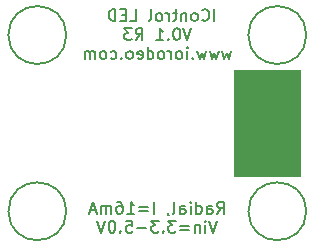
<source format=gbo>
%TF.GenerationSoftware,KiCad,Pcbnew,7.0.10-7.0.10~ubuntu22.04.1*%
%TF.CreationDate,2024-10-01T11:42:26-07:00*%
%TF.ProjectId,radial_16mA,72616469-616c-45f3-9136-6d412e6b6963,rev?*%
%TF.SameCoordinates,Original*%
%TF.FileFunction,Legend,Bot*%
%TF.FilePolarity,Positive*%
%FSLAX46Y46*%
G04 Gerber Fmt 4.6, Leading zero omitted, Abs format (unit mm)*
G04 Created by KiCad (PCBNEW 7.0.10-7.0.10~ubuntu22.04.1) date 2024-10-01 11:42:26*
%MOMM*%
%LPD*%
G01*
G04 APERTURE LIST*
%ADD10C,0.150000*%
%ADD11C,0.120000*%
G04 APERTURE END LIST*
D10*
X67771428Y-67649819D02*
X68104761Y-67173628D01*
X68342856Y-67649819D02*
X68342856Y-66649819D01*
X68342856Y-66649819D02*
X67961904Y-66649819D01*
X67961904Y-66649819D02*
X67866666Y-66697438D01*
X67866666Y-66697438D02*
X67819047Y-66745057D01*
X67819047Y-66745057D02*
X67771428Y-66840295D01*
X67771428Y-66840295D02*
X67771428Y-66983152D01*
X67771428Y-66983152D02*
X67819047Y-67078390D01*
X67819047Y-67078390D02*
X67866666Y-67126009D01*
X67866666Y-67126009D02*
X67961904Y-67173628D01*
X67961904Y-67173628D02*
X68342856Y-67173628D01*
X66914285Y-67649819D02*
X66914285Y-67126009D01*
X66914285Y-67126009D02*
X66961904Y-67030771D01*
X66961904Y-67030771D02*
X67057142Y-66983152D01*
X67057142Y-66983152D02*
X67247618Y-66983152D01*
X67247618Y-66983152D02*
X67342856Y-67030771D01*
X66914285Y-67602200D02*
X67009523Y-67649819D01*
X67009523Y-67649819D02*
X67247618Y-67649819D01*
X67247618Y-67649819D02*
X67342856Y-67602200D01*
X67342856Y-67602200D02*
X67390475Y-67506961D01*
X67390475Y-67506961D02*
X67390475Y-67411723D01*
X67390475Y-67411723D02*
X67342856Y-67316485D01*
X67342856Y-67316485D02*
X67247618Y-67268866D01*
X67247618Y-67268866D02*
X67009523Y-67268866D01*
X67009523Y-67268866D02*
X66914285Y-67221247D01*
X66009523Y-67649819D02*
X66009523Y-66649819D01*
X66009523Y-67602200D02*
X66104761Y-67649819D01*
X66104761Y-67649819D02*
X66295237Y-67649819D01*
X66295237Y-67649819D02*
X66390475Y-67602200D01*
X66390475Y-67602200D02*
X66438094Y-67554580D01*
X66438094Y-67554580D02*
X66485713Y-67459342D01*
X66485713Y-67459342D02*
X66485713Y-67173628D01*
X66485713Y-67173628D02*
X66438094Y-67078390D01*
X66438094Y-67078390D02*
X66390475Y-67030771D01*
X66390475Y-67030771D02*
X66295237Y-66983152D01*
X66295237Y-66983152D02*
X66104761Y-66983152D01*
X66104761Y-66983152D02*
X66009523Y-67030771D01*
X65533332Y-67649819D02*
X65533332Y-66983152D01*
X65533332Y-66649819D02*
X65580951Y-66697438D01*
X65580951Y-66697438D02*
X65533332Y-66745057D01*
X65533332Y-66745057D02*
X65485713Y-66697438D01*
X65485713Y-66697438D02*
X65533332Y-66649819D01*
X65533332Y-66649819D02*
X65533332Y-66745057D01*
X64628571Y-67649819D02*
X64628571Y-67126009D01*
X64628571Y-67126009D02*
X64676190Y-67030771D01*
X64676190Y-67030771D02*
X64771428Y-66983152D01*
X64771428Y-66983152D02*
X64961904Y-66983152D01*
X64961904Y-66983152D02*
X65057142Y-67030771D01*
X64628571Y-67602200D02*
X64723809Y-67649819D01*
X64723809Y-67649819D02*
X64961904Y-67649819D01*
X64961904Y-67649819D02*
X65057142Y-67602200D01*
X65057142Y-67602200D02*
X65104761Y-67506961D01*
X65104761Y-67506961D02*
X65104761Y-67411723D01*
X65104761Y-67411723D02*
X65057142Y-67316485D01*
X65057142Y-67316485D02*
X64961904Y-67268866D01*
X64961904Y-67268866D02*
X64723809Y-67268866D01*
X64723809Y-67268866D02*
X64628571Y-67221247D01*
X64009523Y-67649819D02*
X64104761Y-67602200D01*
X64104761Y-67602200D02*
X64152380Y-67506961D01*
X64152380Y-67506961D02*
X64152380Y-66649819D01*
X63580951Y-67602200D02*
X63580951Y-67649819D01*
X63580951Y-67649819D02*
X63628570Y-67745057D01*
X63628570Y-67745057D02*
X63676189Y-67792676D01*
X62390475Y-67649819D02*
X62390475Y-66649819D01*
X61914285Y-67126009D02*
X61152381Y-67126009D01*
X61152381Y-67411723D02*
X61914285Y-67411723D01*
X60152381Y-67649819D02*
X60723809Y-67649819D01*
X60438095Y-67649819D02*
X60438095Y-66649819D01*
X60438095Y-66649819D02*
X60533333Y-66792676D01*
X60533333Y-66792676D02*
X60628571Y-66887914D01*
X60628571Y-66887914D02*
X60723809Y-66935533D01*
X59295238Y-66649819D02*
X59485714Y-66649819D01*
X59485714Y-66649819D02*
X59580952Y-66697438D01*
X59580952Y-66697438D02*
X59628571Y-66745057D01*
X59628571Y-66745057D02*
X59723809Y-66887914D01*
X59723809Y-66887914D02*
X59771428Y-67078390D01*
X59771428Y-67078390D02*
X59771428Y-67459342D01*
X59771428Y-67459342D02*
X59723809Y-67554580D01*
X59723809Y-67554580D02*
X59676190Y-67602200D01*
X59676190Y-67602200D02*
X59580952Y-67649819D01*
X59580952Y-67649819D02*
X59390476Y-67649819D01*
X59390476Y-67649819D02*
X59295238Y-67602200D01*
X59295238Y-67602200D02*
X59247619Y-67554580D01*
X59247619Y-67554580D02*
X59200000Y-67459342D01*
X59200000Y-67459342D02*
X59200000Y-67221247D01*
X59200000Y-67221247D02*
X59247619Y-67126009D01*
X59247619Y-67126009D02*
X59295238Y-67078390D01*
X59295238Y-67078390D02*
X59390476Y-67030771D01*
X59390476Y-67030771D02*
X59580952Y-67030771D01*
X59580952Y-67030771D02*
X59676190Y-67078390D01*
X59676190Y-67078390D02*
X59723809Y-67126009D01*
X59723809Y-67126009D02*
X59771428Y-67221247D01*
X58771428Y-67649819D02*
X58771428Y-66983152D01*
X58771428Y-67078390D02*
X58723809Y-67030771D01*
X58723809Y-67030771D02*
X58628571Y-66983152D01*
X58628571Y-66983152D02*
X58485714Y-66983152D01*
X58485714Y-66983152D02*
X58390476Y-67030771D01*
X58390476Y-67030771D02*
X58342857Y-67126009D01*
X58342857Y-67126009D02*
X58342857Y-67649819D01*
X58342857Y-67126009D02*
X58295238Y-67030771D01*
X58295238Y-67030771D02*
X58200000Y-66983152D01*
X58200000Y-66983152D02*
X58057143Y-66983152D01*
X58057143Y-66983152D02*
X57961904Y-67030771D01*
X57961904Y-67030771D02*
X57914285Y-67126009D01*
X57914285Y-67126009D02*
X57914285Y-67649819D01*
X57485714Y-67364104D02*
X57009524Y-67364104D01*
X57580952Y-67649819D02*
X57247619Y-66649819D01*
X57247619Y-66649819D02*
X56914286Y-67649819D01*
X67771427Y-68259819D02*
X67438094Y-69259819D01*
X67438094Y-69259819D02*
X67104761Y-68259819D01*
X66771427Y-69259819D02*
X66771427Y-68593152D01*
X66771427Y-68259819D02*
X66819046Y-68307438D01*
X66819046Y-68307438D02*
X66771427Y-68355057D01*
X66771427Y-68355057D02*
X66723808Y-68307438D01*
X66723808Y-68307438D02*
X66771427Y-68259819D01*
X66771427Y-68259819D02*
X66771427Y-68355057D01*
X66295237Y-68593152D02*
X66295237Y-69259819D01*
X66295237Y-68688390D02*
X66247618Y-68640771D01*
X66247618Y-68640771D02*
X66152380Y-68593152D01*
X66152380Y-68593152D02*
X66009523Y-68593152D01*
X66009523Y-68593152D02*
X65914285Y-68640771D01*
X65914285Y-68640771D02*
X65866666Y-68736009D01*
X65866666Y-68736009D02*
X65866666Y-69259819D01*
X65390475Y-68736009D02*
X64628571Y-68736009D01*
X64628571Y-69021723D02*
X65390475Y-69021723D01*
X64247618Y-68259819D02*
X63628571Y-68259819D01*
X63628571Y-68259819D02*
X63961904Y-68640771D01*
X63961904Y-68640771D02*
X63819047Y-68640771D01*
X63819047Y-68640771D02*
X63723809Y-68688390D01*
X63723809Y-68688390D02*
X63676190Y-68736009D01*
X63676190Y-68736009D02*
X63628571Y-68831247D01*
X63628571Y-68831247D02*
X63628571Y-69069342D01*
X63628571Y-69069342D02*
X63676190Y-69164580D01*
X63676190Y-69164580D02*
X63723809Y-69212200D01*
X63723809Y-69212200D02*
X63819047Y-69259819D01*
X63819047Y-69259819D02*
X64104761Y-69259819D01*
X64104761Y-69259819D02*
X64199999Y-69212200D01*
X64199999Y-69212200D02*
X64247618Y-69164580D01*
X63199999Y-69164580D02*
X63152380Y-69212200D01*
X63152380Y-69212200D02*
X63199999Y-69259819D01*
X63199999Y-69259819D02*
X63247618Y-69212200D01*
X63247618Y-69212200D02*
X63199999Y-69164580D01*
X63199999Y-69164580D02*
X63199999Y-69259819D01*
X62819047Y-68259819D02*
X62200000Y-68259819D01*
X62200000Y-68259819D02*
X62533333Y-68640771D01*
X62533333Y-68640771D02*
X62390476Y-68640771D01*
X62390476Y-68640771D02*
X62295238Y-68688390D01*
X62295238Y-68688390D02*
X62247619Y-68736009D01*
X62247619Y-68736009D02*
X62200000Y-68831247D01*
X62200000Y-68831247D02*
X62200000Y-69069342D01*
X62200000Y-69069342D02*
X62247619Y-69164580D01*
X62247619Y-69164580D02*
X62295238Y-69212200D01*
X62295238Y-69212200D02*
X62390476Y-69259819D01*
X62390476Y-69259819D02*
X62676190Y-69259819D01*
X62676190Y-69259819D02*
X62771428Y-69212200D01*
X62771428Y-69212200D02*
X62819047Y-69164580D01*
X61771428Y-68878866D02*
X61009524Y-68878866D01*
X60057143Y-68259819D02*
X60533333Y-68259819D01*
X60533333Y-68259819D02*
X60580952Y-68736009D01*
X60580952Y-68736009D02*
X60533333Y-68688390D01*
X60533333Y-68688390D02*
X60438095Y-68640771D01*
X60438095Y-68640771D02*
X60200000Y-68640771D01*
X60200000Y-68640771D02*
X60104762Y-68688390D01*
X60104762Y-68688390D02*
X60057143Y-68736009D01*
X60057143Y-68736009D02*
X60009524Y-68831247D01*
X60009524Y-68831247D02*
X60009524Y-69069342D01*
X60009524Y-69069342D02*
X60057143Y-69164580D01*
X60057143Y-69164580D02*
X60104762Y-69212200D01*
X60104762Y-69212200D02*
X60200000Y-69259819D01*
X60200000Y-69259819D02*
X60438095Y-69259819D01*
X60438095Y-69259819D02*
X60533333Y-69212200D01*
X60533333Y-69212200D02*
X60580952Y-69164580D01*
X59580952Y-69164580D02*
X59533333Y-69212200D01*
X59533333Y-69212200D02*
X59580952Y-69259819D01*
X59580952Y-69259819D02*
X59628571Y-69212200D01*
X59628571Y-69212200D02*
X59580952Y-69164580D01*
X59580952Y-69164580D02*
X59580952Y-69259819D01*
X58914286Y-68259819D02*
X58819048Y-68259819D01*
X58819048Y-68259819D02*
X58723810Y-68307438D01*
X58723810Y-68307438D02*
X58676191Y-68355057D01*
X58676191Y-68355057D02*
X58628572Y-68450295D01*
X58628572Y-68450295D02*
X58580953Y-68640771D01*
X58580953Y-68640771D02*
X58580953Y-68878866D01*
X58580953Y-68878866D02*
X58628572Y-69069342D01*
X58628572Y-69069342D02*
X58676191Y-69164580D01*
X58676191Y-69164580D02*
X58723810Y-69212200D01*
X58723810Y-69212200D02*
X58819048Y-69259819D01*
X58819048Y-69259819D02*
X58914286Y-69259819D01*
X58914286Y-69259819D02*
X59009524Y-69212200D01*
X59009524Y-69212200D02*
X59057143Y-69164580D01*
X59057143Y-69164580D02*
X59104762Y-69069342D01*
X59104762Y-69069342D02*
X59152381Y-68878866D01*
X59152381Y-68878866D02*
X59152381Y-68640771D01*
X59152381Y-68640771D02*
X59104762Y-68450295D01*
X59104762Y-68450295D02*
X59057143Y-68355057D01*
X59057143Y-68355057D02*
X59009524Y-68307438D01*
X59009524Y-68307438D02*
X58914286Y-68259819D01*
X58295238Y-68259819D02*
X57961905Y-69259819D01*
X57961905Y-69259819D02*
X57628572Y-68259819D01*
D11*
X69202300Y-55500000D02*
X74777600Y-55500000D01*
X74777600Y-64500000D01*
X69202300Y-64500000D01*
X69202300Y-55500000D01*
G36*
X69202300Y-55500000D02*
G01*
X74777600Y-55500000D01*
X74777600Y-64500000D01*
X69202300Y-64500000D01*
X69202300Y-55500000D01*
G37*
D10*
X67533333Y-51344819D02*
X67533333Y-50344819D01*
X66485715Y-51249580D02*
X66533334Y-51297200D01*
X66533334Y-51297200D02*
X66676191Y-51344819D01*
X66676191Y-51344819D02*
X66771429Y-51344819D01*
X66771429Y-51344819D02*
X66914286Y-51297200D01*
X66914286Y-51297200D02*
X67009524Y-51201961D01*
X67009524Y-51201961D02*
X67057143Y-51106723D01*
X67057143Y-51106723D02*
X67104762Y-50916247D01*
X67104762Y-50916247D02*
X67104762Y-50773390D01*
X67104762Y-50773390D02*
X67057143Y-50582914D01*
X67057143Y-50582914D02*
X67009524Y-50487676D01*
X67009524Y-50487676D02*
X66914286Y-50392438D01*
X66914286Y-50392438D02*
X66771429Y-50344819D01*
X66771429Y-50344819D02*
X66676191Y-50344819D01*
X66676191Y-50344819D02*
X66533334Y-50392438D01*
X66533334Y-50392438D02*
X66485715Y-50440057D01*
X65914286Y-51344819D02*
X66009524Y-51297200D01*
X66009524Y-51297200D02*
X66057143Y-51249580D01*
X66057143Y-51249580D02*
X66104762Y-51154342D01*
X66104762Y-51154342D02*
X66104762Y-50868628D01*
X66104762Y-50868628D02*
X66057143Y-50773390D01*
X66057143Y-50773390D02*
X66009524Y-50725771D01*
X66009524Y-50725771D02*
X65914286Y-50678152D01*
X65914286Y-50678152D02*
X65771429Y-50678152D01*
X65771429Y-50678152D02*
X65676191Y-50725771D01*
X65676191Y-50725771D02*
X65628572Y-50773390D01*
X65628572Y-50773390D02*
X65580953Y-50868628D01*
X65580953Y-50868628D02*
X65580953Y-51154342D01*
X65580953Y-51154342D02*
X65628572Y-51249580D01*
X65628572Y-51249580D02*
X65676191Y-51297200D01*
X65676191Y-51297200D02*
X65771429Y-51344819D01*
X65771429Y-51344819D02*
X65914286Y-51344819D01*
X65152381Y-50678152D02*
X65152381Y-51344819D01*
X65152381Y-50773390D02*
X65104762Y-50725771D01*
X65104762Y-50725771D02*
X65009524Y-50678152D01*
X65009524Y-50678152D02*
X64866667Y-50678152D01*
X64866667Y-50678152D02*
X64771429Y-50725771D01*
X64771429Y-50725771D02*
X64723810Y-50821009D01*
X64723810Y-50821009D02*
X64723810Y-51344819D01*
X64390476Y-50678152D02*
X64009524Y-50678152D01*
X64247619Y-50344819D02*
X64247619Y-51201961D01*
X64247619Y-51201961D02*
X64200000Y-51297200D01*
X64200000Y-51297200D02*
X64104762Y-51344819D01*
X64104762Y-51344819D02*
X64009524Y-51344819D01*
X63676190Y-51344819D02*
X63676190Y-50678152D01*
X63676190Y-50868628D02*
X63628571Y-50773390D01*
X63628571Y-50773390D02*
X63580952Y-50725771D01*
X63580952Y-50725771D02*
X63485714Y-50678152D01*
X63485714Y-50678152D02*
X63390476Y-50678152D01*
X62914285Y-51344819D02*
X63009523Y-51297200D01*
X63009523Y-51297200D02*
X63057142Y-51249580D01*
X63057142Y-51249580D02*
X63104761Y-51154342D01*
X63104761Y-51154342D02*
X63104761Y-50868628D01*
X63104761Y-50868628D02*
X63057142Y-50773390D01*
X63057142Y-50773390D02*
X63009523Y-50725771D01*
X63009523Y-50725771D02*
X62914285Y-50678152D01*
X62914285Y-50678152D02*
X62771428Y-50678152D01*
X62771428Y-50678152D02*
X62676190Y-50725771D01*
X62676190Y-50725771D02*
X62628571Y-50773390D01*
X62628571Y-50773390D02*
X62580952Y-50868628D01*
X62580952Y-50868628D02*
X62580952Y-51154342D01*
X62580952Y-51154342D02*
X62628571Y-51249580D01*
X62628571Y-51249580D02*
X62676190Y-51297200D01*
X62676190Y-51297200D02*
X62771428Y-51344819D01*
X62771428Y-51344819D02*
X62914285Y-51344819D01*
X62009523Y-51344819D02*
X62104761Y-51297200D01*
X62104761Y-51297200D02*
X62152380Y-51201961D01*
X62152380Y-51201961D02*
X62152380Y-50344819D01*
X60390475Y-51344819D02*
X60866665Y-51344819D01*
X60866665Y-51344819D02*
X60866665Y-50344819D01*
X60057141Y-50821009D02*
X59723808Y-50821009D01*
X59580951Y-51344819D02*
X60057141Y-51344819D01*
X60057141Y-51344819D02*
X60057141Y-50344819D01*
X60057141Y-50344819D02*
X59580951Y-50344819D01*
X59152379Y-51344819D02*
X59152379Y-50344819D01*
X59152379Y-50344819D02*
X58914284Y-50344819D01*
X58914284Y-50344819D02*
X58771427Y-50392438D01*
X58771427Y-50392438D02*
X58676189Y-50487676D01*
X58676189Y-50487676D02*
X58628570Y-50582914D01*
X58628570Y-50582914D02*
X58580951Y-50773390D01*
X58580951Y-50773390D02*
X58580951Y-50916247D01*
X58580951Y-50916247D02*
X58628570Y-51106723D01*
X58628570Y-51106723D02*
X58676189Y-51201961D01*
X58676189Y-51201961D02*
X58771427Y-51297200D01*
X58771427Y-51297200D02*
X58914284Y-51344819D01*
X58914284Y-51344819D02*
X59152379Y-51344819D01*
X65580951Y-51954819D02*
X65247618Y-52954819D01*
X65247618Y-52954819D02*
X64914285Y-51954819D01*
X64390475Y-51954819D02*
X64295237Y-51954819D01*
X64295237Y-51954819D02*
X64199999Y-52002438D01*
X64199999Y-52002438D02*
X64152380Y-52050057D01*
X64152380Y-52050057D02*
X64104761Y-52145295D01*
X64104761Y-52145295D02*
X64057142Y-52335771D01*
X64057142Y-52335771D02*
X64057142Y-52573866D01*
X64057142Y-52573866D02*
X64104761Y-52764342D01*
X64104761Y-52764342D02*
X64152380Y-52859580D01*
X64152380Y-52859580D02*
X64199999Y-52907200D01*
X64199999Y-52907200D02*
X64295237Y-52954819D01*
X64295237Y-52954819D02*
X64390475Y-52954819D01*
X64390475Y-52954819D02*
X64485713Y-52907200D01*
X64485713Y-52907200D02*
X64533332Y-52859580D01*
X64533332Y-52859580D02*
X64580951Y-52764342D01*
X64580951Y-52764342D02*
X64628570Y-52573866D01*
X64628570Y-52573866D02*
X64628570Y-52335771D01*
X64628570Y-52335771D02*
X64580951Y-52145295D01*
X64580951Y-52145295D02*
X64533332Y-52050057D01*
X64533332Y-52050057D02*
X64485713Y-52002438D01*
X64485713Y-52002438D02*
X64390475Y-51954819D01*
X63628570Y-52859580D02*
X63580951Y-52907200D01*
X63580951Y-52907200D02*
X63628570Y-52954819D01*
X63628570Y-52954819D02*
X63676189Y-52907200D01*
X63676189Y-52907200D02*
X63628570Y-52859580D01*
X63628570Y-52859580D02*
X63628570Y-52954819D01*
X62628571Y-52954819D02*
X63199999Y-52954819D01*
X62914285Y-52954819D02*
X62914285Y-51954819D01*
X62914285Y-51954819D02*
X63009523Y-52097676D01*
X63009523Y-52097676D02*
X63104761Y-52192914D01*
X63104761Y-52192914D02*
X63199999Y-52240533D01*
X60866666Y-52954819D02*
X61199999Y-52478628D01*
X61438094Y-52954819D02*
X61438094Y-51954819D01*
X61438094Y-51954819D02*
X61057142Y-51954819D01*
X61057142Y-51954819D02*
X60961904Y-52002438D01*
X60961904Y-52002438D02*
X60914285Y-52050057D01*
X60914285Y-52050057D02*
X60866666Y-52145295D01*
X60866666Y-52145295D02*
X60866666Y-52288152D01*
X60866666Y-52288152D02*
X60914285Y-52383390D01*
X60914285Y-52383390D02*
X60961904Y-52431009D01*
X60961904Y-52431009D02*
X61057142Y-52478628D01*
X61057142Y-52478628D02*
X61438094Y-52478628D01*
X60533332Y-51954819D02*
X59914285Y-51954819D01*
X59914285Y-51954819D02*
X60247618Y-52335771D01*
X60247618Y-52335771D02*
X60104761Y-52335771D01*
X60104761Y-52335771D02*
X60009523Y-52383390D01*
X60009523Y-52383390D02*
X59961904Y-52431009D01*
X59961904Y-52431009D02*
X59914285Y-52526247D01*
X59914285Y-52526247D02*
X59914285Y-52764342D01*
X59914285Y-52764342D02*
X59961904Y-52859580D01*
X59961904Y-52859580D02*
X60009523Y-52907200D01*
X60009523Y-52907200D02*
X60104761Y-52954819D01*
X60104761Y-52954819D02*
X60390475Y-52954819D01*
X60390475Y-52954819D02*
X60485713Y-52907200D01*
X60485713Y-52907200D02*
X60533332Y-52859580D01*
X68938094Y-53898152D02*
X68747618Y-54564819D01*
X68747618Y-54564819D02*
X68557142Y-54088628D01*
X68557142Y-54088628D02*
X68366666Y-54564819D01*
X68366666Y-54564819D02*
X68176190Y-53898152D01*
X67890475Y-53898152D02*
X67699999Y-54564819D01*
X67699999Y-54564819D02*
X67509523Y-54088628D01*
X67509523Y-54088628D02*
X67319047Y-54564819D01*
X67319047Y-54564819D02*
X67128571Y-53898152D01*
X66842856Y-53898152D02*
X66652380Y-54564819D01*
X66652380Y-54564819D02*
X66461904Y-54088628D01*
X66461904Y-54088628D02*
X66271428Y-54564819D01*
X66271428Y-54564819D02*
X66080952Y-53898152D01*
X65699999Y-54469580D02*
X65652380Y-54517200D01*
X65652380Y-54517200D02*
X65699999Y-54564819D01*
X65699999Y-54564819D02*
X65747618Y-54517200D01*
X65747618Y-54517200D02*
X65699999Y-54469580D01*
X65699999Y-54469580D02*
X65699999Y-54564819D01*
X65223809Y-54564819D02*
X65223809Y-53898152D01*
X65223809Y-53564819D02*
X65271428Y-53612438D01*
X65271428Y-53612438D02*
X65223809Y-53660057D01*
X65223809Y-53660057D02*
X65176190Y-53612438D01*
X65176190Y-53612438D02*
X65223809Y-53564819D01*
X65223809Y-53564819D02*
X65223809Y-53660057D01*
X64604762Y-54564819D02*
X64700000Y-54517200D01*
X64700000Y-54517200D02*
X64747619Y-54469580D01*
X64747619Y-54469580D02*
X64795238Y-54374342D01*
X64795238Y-54374342D02*
X64795238Y-54088628D01*
X64795238Y-54088628D02*
X64747619Y-53993390D01*
X64747619Y-53993390D02*
X64700000Y-53945771D01*
X64700000Y-53945771D02*
X64604762Y-53898152D01*
X64604762Y-53898152D02*
X64461905Y-53898152D01*
X64461905Y-53898152D02*
X64366667Y-53945771D01*
X64366667Y-53945771D02*
X64319048Y-53993390D01*
X64319048Y-53993390D02*
X64271429Y-54088628D01*
X64271429Y-54088628D02*
X64271429Y-54374342D01*
X64271429Y-54374342D02*
X64319048Y-54469580D01*
X64319048Y-54469580D02*
X64366667Y-54517200D01*
X64366667Y-54517200D02*
X64461905Y-54564819D01*
X64461905Y-54564819D02*
X64604762Y-54564819D01*
X63842857Y-54564819D02*
X63842857Y-53898152D01*
X63842857Y-54088628D02*
X63795238Y-53993390D01*
X63795238Y-53993390D02*
X63747619Y-53945771D01*
X63747619Y-53945771D02*
X63652381Y-53898152D01*
X63652381Y-53898152D02*
X63557143Y-53898152D01*
X63080952Y-54564819D02*
X63176190Y-54517200D01*
X63176190Y-54517200D02*
X63223809Y-54469580D01*
X63223809Y-54469580D02*
X63271428Y-54374342D01*
X63271428Y-54374342D02*
X63271428Y-54088628D01*
X63271428Y-54088628D02*
X63223809Y-53993390D01*
X63223809Y-53993390D02*
X63176190Y-53945771D01*
X63176190Y-53945771D02*
X63080952Y-53898152D01*
X63080952Y-53898152D02*
X62938095Y-53898152D01*
X62938095Y-53898152D02*
X62842857Y-53945771D01*
X62842857Y-53945771D02*
X62795238Y-53993390D01*
X62795238Y-53993390D02*
X62747619Y-54088628D01*
X62747619Y-54088628D02*
X62747619Y-54374342D01*
X62747619Y-54374342D02*
X62795238Y-54469580D01*
X62795238Y-54469580D02*
X62842857Y-54517200D01*
X62842857Y-54517200D02*
X62938095Y-54564819D01*
X62938095Y-54564819D02*
X63080952Y-54564819D01*
X61890476Y-54564819D02*
X61890476Y-53564819D01*
X61890476Y-54517200D02*
X61985714Y-54564819D01*
X61985714Y-54564819D02*
X62176190Y-54564819D01*
X62176190Y-54564819D02*
X62271428Y-54517200D01*
X62271428Y-54517200D02*
X62319047Y-54469580D01*
X62319047Y-54469580D02*
X62366666Y-54374342D01*
X62366666Y-54374342D02*
X62366666Y-54088628D01*
X62366666Y-54088628D02*
X62319047Y-53993390D01*
X62319047Y-53993390D02*
X62271428Y-53945771D01*
X62271428Y-53945771D02*
X62176190Y-53898152D01*
X62176190Y-53898152D02*
X61985714Y-53898152D01*
X61985714Y-53898152D02*
X61890476Y-53945771D01*
X61033333Y-54517200D02*
X61128571Y-54564819D01*
X61128571Y-54564819D02*
X61319047Y-54564819D01*
X61319047Y-54564819D02*
X61414285Y-54517200D01*
X61414285Y-54517200D02*
X61461904Y-54421961D01*
X61461904Y-54421961D02*
X61461904Y-54041009D01*
X61461904Y-54041009D02*
X61414285Y-53945771D01*
X61414285Y-53945771D02*
X61319047Y-53898152D01*
X61319047Y-53898152D02*
X61128571Y-53898152D01*
X61128571Y-53898152D02*
X61033333Y-53945771D01*
X61033333Y-53945771D02*
X60985714Y-54041009D01*
X60985714Y-54041009D02*
X60985714Y-54136247D01*
X60985714Y-54136247D02*
X61461904Y-54231485D01*
X60414285Y-54564819D02*
X60509523Y-54517200D01*
X60509523Y-54517200D02*
X60557142Y-54469580D01*
X60557142Y-54469580D02*
X60604761Y-54374342D01*
X60604761Y-54374342D02*
X60604761Y-54088628D01*
X60604761Y-54088628D02*
X60557142Y-53993390D01*
X60557142Y-53993390D02*
X60509523Y-53945771D01*
X60509523Y-53945771D02*
X60414285Y-53898152D01*
X60414285Y-53898152D02*
X60271428Y-53898152D01*
X60271428Y-53898152D02*
X60176190Y-53945771D01*
X60176190Y-53945771D02*
X60128571Y-53993390D01*
X60128571Y-53993390D02*
X60080952Y-54088628D01*
X60080952Y-54088628D02*
X60080952Y-54374342D01*
X60080952Y-54374342D02*
X60128571Y-54469580D01*
X60128571Y-54469580D02*
X60176190Y-54517200D01*
X60176190Y-54517200D02*
X60271428Y-54564819D01*
X60271428Y-54564819D02*
X60414285Y-54564819D01*
X59652380Y-54469580D02*
X59604761Y-54517200D01*
X59604761Y-54517200D02*
X59652380Y-54564819D01*
X59652380Y-54564819D02*
X59699999Y-54517200D01*
X59699999Y-54517200D02*
X59652380Y-54469580D01*
X59652380Y-54469580D02*
X59652380Y-54564819D01*
X58747619Y-54517200D02*
X58842857Y-54564819D01*
X58842857Y-54564819D02*
X59033333Y-54564819D01*
X59033333Y-54564819D02*
X59128571Y-54517200D01*
X59128571Y-54517200D02*
X59176190Y-54469580D01*
X59176190Y-54469580D02*
X59223809Y-54374342D01*
X59223809Y-54374342D02*
X59223809Y-54088628D01*
X59223809Y-54088628D02*
X59176190Y-53993390D01*
X59176190Y-53993390D02*
X59128571Y-53945771D01*
X59128571Y-53945771D02*
X59033333Y-53898152D01*
X59033333Y-53898152D02*
X58842857Y-53898152D01*
X58842857Y-53898152D02*
X58747619Y-53945771D01*
X58176190Y-54564819D02*
X58271428Y-54517200D01*
X58271428Y-54517200D02*
X58319047Y-54469580D01*
X58319047Y-54469580D02*
X58366666Y-54374342D01*
X58366666Y-54374342D02*
X58366666Y-54088628D01*
X58366666Y-54088628D02*
X58319047Y-53993390D01*
X58319047Y-53993390D02*
X58271428Y-53945771D01*
X58271428Y-53945771D02*
X58176190Y-53898152D01*
X58176190Y-53898152D02*
X58033333Y-53898152D01*
X58033333Y-53898152D02*
X57938095Y-53945771D01*
X57938095Y-53945771D02*
X57890476Y-53993390D01*
X57890476Y-53993390D02*
X57842857Y-54088628D01*
X57842857Y-54088628D02*
X57842857Y-54374342D01*
X57842857Y-54374342D02*
X57890476Y-54469580D01*
X57890476Y-54469580D02*
X57938095Y-54517200D01*
X57938095Y-54517200D02*
X58033333Y-54564819D01*
X58033333Y-54564819D02*
X58176190Y-54564819D01*
X57414285Y-54564819D02*
X57414285Y-53898152D01*
X57414285Y-53993390D02*
X57366666Y-53945771D01*
X57366666Y-53945771D02*
X57271428Y-53898152D01*
X57271428Y-53898152D02*
X57128571Y-53898152D01*
X57128571Y-53898152D02*
X57033333Y-53945771D01*
X57033333Y-53945771D02*
X56985714Y-54041009D01*
X56985714Y-54041009D02*
X56985714Y-54564819D01*
X56985714Y-54041009D02*
X56938095Y-53945771D01*
X56938095Y-53945771D02*
X56842857Y-53898152D01*
X56842857Y-53898152D02*
X56700000Y-53898152D01*
X56700000Y-53898152D02*
X56604761Y-53945771D01*
X56604761Y-53945771D02*
X56557142Y-54041009D01*
X56557142Y-54041009D02*
X56557142Y-54564819D01*
%TO.C,M1*%
X54990000Y-52540000D02*
G75*
G03*
X50090000Y-52540000I-2450000J0D01*
G01*
X50090000Y-52540000D02*
G75*
G03*
X54990000Y-52540000I2450000J0D01*
G01*
%TO.C,M2*%
X75310000Y-52540000D02*
G75*
G03*
X70410000Y-52540000I-2450000J0D01*
G01*
X70410000Y-52540000D02*
G75*
G03*
X75310000Y-52540000I2450000J0D01*
G01*
%TO.C,M3*%
X75310000Y-67460000D02*
G75*
G03*
X70410000Y-67460000I-2450000J0D01*
G01*
X70410000Y-67460000D02*
G75*
G03*
X75310000Y-67460000I2450000J0D01*
G01*
%TO.C,M4*%
X54990000Y-67460000D02*
G75*
G03*
X50090000Y-67460000I-2450000J0D01*
G01*
X50090000Y-67460000D02*
G75*
G03*
X54990000Y-67460000I2450000J0D01*
G01*
%TD*%
M02*

</source>
